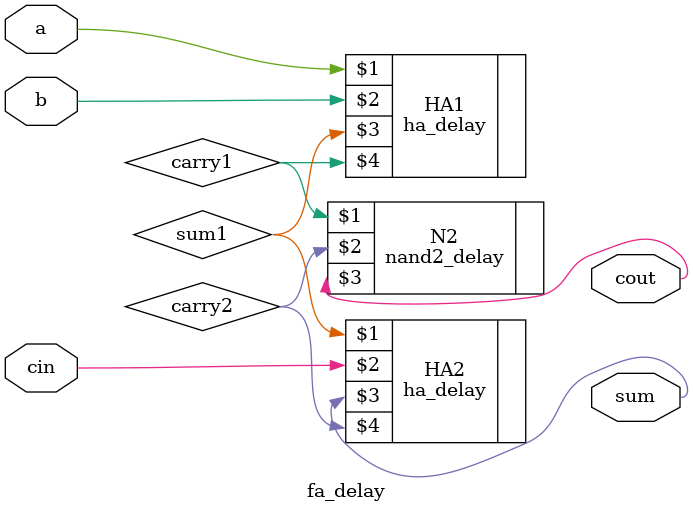
<source format=sv>
module fa_delay (
    input wire a,
    input wire b,
    input wire cin,
    output wire sum,
    output wire cout
);
// Intermediate signals
logic sum1, carry1, carry2;

// Instantiate the first half adder
ha_delay HA1 (a, b, sum1, carry1);

// Instantiate the second half adder
ha_delay HA2 (sum1, cin, sum, carry2);

// Instantiate the two-input NAND gate for the carry out
nand2_delay N2 (carry1, carry2, cout);

endmodule
</source>
